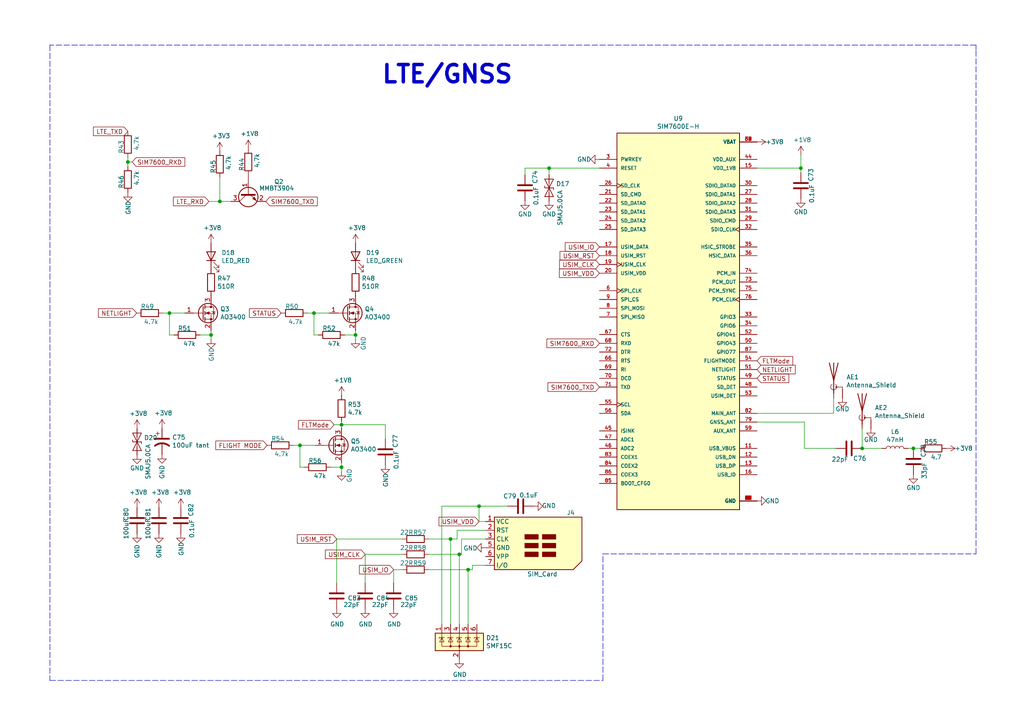
<source format=kicad_sch>
(kicad_sch (version 20211123) (generator eeschema)
  (paper "A4")
  (lib_symbols
    (symbol "Connector:SIM_Card"
      (property "Reference" "J" (at -2.54 12.7 0))
      (property "Value" "SIM_Card" (at -1.27 10.16 0))
      (symbol "SIM_Card_0_1"
        (rectangle (start -1.27 -2.54) (end 2.54 -1.27) (stroke (width 0.254)) (fill (type outline)))
        (rectangle (start -1.27 0) (end 2.54 1.27) (stroke (width 0.254)) (fill (type outline)))
        (rectangle (start -1.27 2.54) (end 2.54 3.81) (stroke (width 0.254)) (fill (type outline)))
        (polyline (pts (xy -10.16 8.89) (xy 15.24 8.89) (xy 15.24 -3.81) (xy 12.7 -6.35) (xy -10.16 -6.35) (xy -10.16 8.89)) (stroke (width 0.254)) (fill (type background)))
        (rectangle (start 3.81 -1.27) (end 7.62 -2.54) (stroke (width 0.254)) (fill (type outline)))
        (rectangle (start 3.81 0) (end 7.62 1.27) (stroke (width 0.254)) (fill (type outline)))
        (rectangle (start 3.81 2.54) (end 7.62 3.81) (stroke (width 0.254)) (fill (type outline)))
      )
      (symbol "SIM_Card_1_1"
        (pin power_in line (at -12.7 7.62 0) (length 2.54) (name "VCC") (number "1"))
        (pin input line (at -12.7 5.08 0) (length 2.54) (name "RST") (number "2"))
        (pin input line (at -12.7 2.54 0) (length 2.54) (name "CLK") (number "3"))
        (pin power_in line (at -12.7 0 0) (length 2.54) (name "GND") (number "5"))
        (pin input line (at -12.7 -2.54 0) (length 2.54) (name "VPP") (number "6"))
        (pin bidirectional line (at -12.7 -5.08 0) (length 2.54) (name "I/O") (number "7"))
      )
    )
    (symbol "Device:Antenna_Shield" (pin_numbers hide) (pin_names (offset 1.016) hide)
      (property "Reference" "AE" (at -1.905 4.445 0))
      (property "Value" "Antenna_Shield" (at -1.905 2.54 0))
      (symbol "Antenna_Shield_0_1"
        (arc (start -0.508 -1.143) (mid -0.8485 -2.1032) (end 0 -2.667))
        (arc (start 0 -2.667) (mid 0.8047 -2.0885) (end 0.508 -1.143))
        (polyline (pts (xy 0 -2.54) (xy 0 0)))
        (polyline (pts (xy 0 5.08) (xy 0 -3.81)) (stroke (width 0.254)))
        (polyline (pts (xy 0.762 -1.905) (xy 2.54 -1.905)))
        (polyline (pts (xy 2.54 -2.54) (xy 2.54 -1.905)))
        (polyline (pts (xy 1.27 5.08) (xy 0 0) (xy -1.27 5.08)) (stroke (width 0.254)))
        (circle (center 0.762 -1.905) (radius 0.1778) (fill (type outline)))
      )
      (symbol "Antenna_Shield_1_1"
        (pin input line (at 0 -5.08 90) (length 2.54) (name "A") (number "1"))
        (pin input line (at 2.54 -5.08 90) (length 2.54) (name "Shield") (number "2"))
      )
    )
    (symbol "Device:C" (pin_numbers hide) (pin_names (offset 0.254))
      (property "Reference" "C" (at 0.635 2.54 0))
      (property "Value" "C" (at 0.635 -2.54 0))
      (symbol "C_0_1"
        (polyline (pts (xy -2.032 -0.762) (xy 2.032 -0.762)) (stroke (width 0.508)))
        (polyline (pts (xy -2.032 0.762) (xy 2.032 0.762)) (stroke (width 0.508)))
      )
      (symbol "C_1_1"
        (pin passive line (at 0 3.81 270) (length 2.794) (name "~") (number "1"))
        (pin passive line (at 0 -3.81 90) (length 2.794) (name "~") (number "2"))
      )
    )
    (symbol "Device:CP1" (pin_numbers hide) (pin_names (offset 0.254) hide)
      (property "Reference" "C" (at 0.635 2.54 0))
      (property "Value" "Device_CP1" (at 0.635 -2.54 0))
      (symbol "CP1_0_1"
        (polyline (pts (xy -2.032 0.762) (xy 2.032 0.762)) (stroke (width 0.508)))
        (polyline (pts (xy -1.778 2.286) (xy -0.762 2.286)))
        (polyline (pts (xy -1.27 1.778) (xy -1.27 2.794)))
        (arc (start 2.032 -1.27) (mid 0 -0.5572) (end -2.032 -1.27) (stroke (width 0.508)))
      )
      (symbol "CP1_1_1"
        (pin passive line (at 0 3.81 270) (length 2.794) (name "~") (number "1"))
        (pin passive line (at 0 -3.81 90) (length 3.302) (name "~") (number "2"))
      )
    )
    (symbol "Device:L" (pin_numbers hide) (pin_names (offset 1.016) hide)
      (property "Reference" "L" (at -1.27 0 90))
      (property "Value" "L" (at 1.905 0 90))
      (symbol "L_0_1"
        (arc (start 0 -2.54) (mid 0.635 -1.905) (end 0 -1.27))
        (arc (start 0 -1.27) (mid 0.635 -0.635) (end 0 0))
        (arc (start 0 0) (mid 0.635 0.635) (end 0 1.27))
        (arc (start 0 1.27) (mid 0.635 1.905) (end 0 2.54))
      )
      (symbol "L_1_1"
        (pin passive line (at 0 3.81 270) (length 1.27) (name "1") (number "1"))
        (pin passive line (at 0 -3.81 90) (length 1.27) (name "2") (number "2"))
      )
    )
    (symbol "Device:LED" (pin_numbers hide) (pin_names (offset 1.016) hide)
      (property "Reference" "D" (at 0 2.54 0))
      (property "Value" "LED" (at 0 -2.54 0))
      (symbol "LED_0_1"
        (polyline (pts (xy -1.27 -1.27) (xy -1.27 1.27)) (stroke (width 0.254)))
        (polyline (pts (xy -1.27 0) (xy 1.27 0)))
        (polyline (pts (xy 1.27 -1.27) (xy 1.27 1.27) (xy -1.27 0) (xy 1.27 -1.27)) (stroke (width 0.254)))
        (polyline (pts (xy -3.048 -0.762) (xy -4.572 -2.286) (xy -3.81 -2.286) (xy -4.572 -2.286) (xy -4.572 -1.524)))
        (polyline (pts (xy -1.778 -0.762) (xy -3.302 -2.286) (xy -2.54 -2.286) (xy -3.302 -2.286) (xy -3.302 -1.524)))
      )
      (symbol "LED_1_1"
        (pin passive line (at -3.81 0 0) (length 2.54) (name "K") (number "1"))
        (pin passive line (at 3.81 0 180) (length 2.54) (name "A") (number "2"))
      )
    )
    (symbol "Device:R" (pin_numbers hide) (pin_names (offset 0))
      (property "Reference" "R" (at 2.032 0 90))
      (property "Value" "R" (at 0 0 90))
      (symbol "R_0_1"
        (rectangle (start -1.016 -2.54) (end 1.016 2.54) (stroke (width 0.254)))
      )
      (symbol "R_1_1"
        (pin passive line (at 0 3.81 270) (length 1.27) (name "~") (number "1"))
        (pin passive line (at 0 -3.81 90) (length 1.27) (name "~") (number "2"))
      )
    )
    (symbol "Diode:SD15_SOD323" (pin_numbers hide) (pin_names (offset 1.016) hide)
      (property "Reference" "D" (at 0 2.54 0))
      (property "Value" "SD15_SOD323" (at 0 -2.54 0))
      (symbol "SD15_SOD323_0_1"
        (polyline (pts (xy 1.27 0) (xy -1.27 0)))
        (polyline (pts (xy -2.54 -1.27) (xy 0 0) (xy -2.54 1.27) (xy -2.54 -1.27)) (stroke (width 0.2032)))
        (polyline (pts (xy 0.508 1.27) (xy 0 1.27) (xy 0 -1.27) (xy -0.508 -1.27)) (stroke (width 0.2032)))
        (polyline (pts (xy 2.54 1.27) (xy 2.54 -1.27) (xy 0 0) (xy 2.54 1.27)) (stroke (width 0.2032)))
      )
      (symbol "SD15_SOD323_1_1"
        (pin passive line (at -3.81 0 0) (length 2.54) (name "A1") (number "1"))
        (pin passive line (at 3.81 0 180) (length 2.54) (name "A2") (number "2"))
      )
    )
    (symbol "Power_Protection:SP0505BAHT" (pin_names hide)
      (property "Reference" "D" (at 7.62 2.54 0))
      (property "Value" "SP0505BAHT" (at 7.62 0.635 0))
      (symbol "SP0505BAHT_0_0"
        (pin passive line (at 0 -5.08 90) (length 2.54) (name "A") (number "2"))
      )
      (symbol "SP0505BAHT_0_1"
        (rectangle (start -6.985 2.54) (end 6.985 -2.54) (stroke (width 0.254)) (fill (type background)))
        (circle (center -2.54 -1.27) (radius 0.254) (fill (type outline)))
        (circle (center 0 -1.27) (radius 0.254) (fill (type outline)))
        (polyline (pts (xy -5.08 2.54) (xy -5.08 1.27)))
        (polyline (pts (xy -2.54 2.54) (xy -2.54 1.27)))
        (polyline (pts (xy 0 -1.27) (xy 0 -2.54)))
        (polyline (pts (xy 0 -1.27) (xy 0 1.27)))
        (polyline (pts (xy 0 2.54) (xy 0 1.27)))
        (polyline (pts (xy 0.635 1.27) (xy 0.762 1.27)))
        (polyline (pts (xy 2.54 2.54) (xy 2.54 1.27)))
        (polyline (pts (xy 5.08 2.54) (xy 5.08 1.27)))
        (polyline (pts (xy -5.08 1.27) (xy -5.08 -1.27) (xy -2.54 -1.27)))
        (polyline (pts (xy 0.635 1.27) (xy -0.762 1.27) (xy -0.762 1.016)))
        (polyline (pts (xy 5.08 1.27) (xy 5.08 -1.27) (xy 2.54 -1.27)))
        (polyline (pts (xy -5.842 1.016) (xy -5.842 1.27) (xy -4.445 1.27) (xy -4.318 1.27)))
        (polyline (pts (xy -5.08 1.27) (xy -4.445 0) (xy -5.715 0) (xy -5.08 1.27)))
        (polyline (pts (xy -3.302 1.016) (xy -3.302 1.27) (xy -1.905 1.27) (xy -1.778 1.27)))
        (polyline (pts (xy -2.54 1.27) (xy -2.54 -1.27) (xy 2.54 -1.27) (xy 2.54 1.27)))
        (polyline (pts (xy -2.54 1.27) (xy -1.905 0) (xy -3.175 0) (xy -2.54 1.27)))
        (polyline (pts (xy 0.635 0) (xy -0.635 0) (xy 0 1.27) (xy 0.635 0)))
        (polyline (pts (xy 1.778 1.016) (xy 1.778 1.27) (xy 3.175 1.27) (xy 3.302 1.27)))
        (polyline (pts (xy 2.54 1.27) (xy 1.905 0) (xy 3.175 0) (xy 2.54 1.27)))
        (polyline (pts (xy 4.318 1.016) (xy 4.318 1.27) (xy 5.715 1.27) (xy 5.842 1.27)))
        (polyline (pts (xy 5.08 1.27) (xy 4.445 0) (xy 5.715 0) (xy 5.08 1.27)))
        (circle (center 2.54 -1.27) (radius 0.254) (fill (type outline)))
      )
      (symbol "SP0505BAHT_1_1"
        (pin passive line (at -5.08 5.08 270) (length 2.54) (name "K") (number "1"))
        (pin passive line (at -2.54 5.08 270) (length 2.54) (name "K") (number "3"))
        (pin passive line (at 0 5.08 270) (length 2.54) (name "K") (number "4"))
        (pin passive line (at 2.54 5.08 270) (length 2.54) (name "K") (number "5"))
        (pin passive line (at 5.08 5.08 270) (length 2.54) (name "K") (number "6"))
      )
    )
    (symbol "RF_GSM:SIM7600E-H" (pin_names (offset 1.016))
      (property "Reference" "U" (at -17.78 56.515 0))
      (property "Value" "RF_GSM_SIM7600E-H" (at -17.78 -55.88 0))
      (symbol "SIM7600E-H_0_0"
        (rectangle (start -17.78 -53.34) (end 17.78 55.88) (stroke (width 0.254)) (fill (type background)))
        (pin power_in line (at 22.86 -50.8 180) (length 5.08) (name "GND") (number "1"))
        (pin power_in line (at 22.86 -50.8 180) (length 5.08) (name "GND") (number "10"))
        (pin input line (at 22.86 -35.56 180) (length 5.08) (name "USB_VBUS") (number "11"))
        (pin bidirectional line (at 22.86 -38.1 180) (length 5.08) (name "USB_DN") (number "12"))
        (pin bidirectional line (at 22.86 -40.64 180) (length 5.08) (name "USB_DP") (number "13"))
        (pin power_in line (at 22.86 -50.8 180) (length 5.08) (name "GND") (number "14"))
        (pin output line (at 22.86 45.72 180) (length 5.08) (name "VDD_1V8") (number "15"))
        (pin input line (at 22.86 -43.18 180) (length 5.08) (name "USB_ID") (number "16"))
        (pin bidirectional line (at -22.86 22.86 0) (length 5.08) (name "USIM_DATA") (number "17"))
        (pin output line (at -22.86 20.32 0) (length 5.08) (name "USIM_RST") (number "18"))
        (pin output clock (at -22.86 17.78 0) (length 5.08) (name "USIM_CLK") (number "19"))
        (pin power_in line (at 22.86 -50.8 180) (length 5.08) (name "GND") (number "2"))
        (pin output line (at -22.86 15.24 0) (length 5.08) (name "USIM_VDD") (number "20"))
        (pin output line (at -22.86 38.1 0) (length 5.08) (name "SD_CMD") (number "21"))
        (pin bidirectional line (at -22.86 35.56 0) (length 5.08) (name "SD_DATA0") (number "22"))
        (pin bidirectional line (at -22.86 33.02 0) (length 5.08) (name "SD_DATA1") (number "23"))
        (pin bidirectional line (at -22.86 30.48 0) (length 5.08) (name "SD_DATA2") (number "24"))
        (pin bidirectional line (at -22.86 27.94 0) (length 5.08) (name "SD_DATA3") (number "25"))
        (pin output clock (at -22.86 40.64 0) (length 5.08) (name "SD_CLK") (number "26"))
        (pin bidirectional line (at 22.86 38.1 180) (length 5.08) (name "SDIO_DATA1") (number "27"))
        (pin bidirectional line (at 22.86 35.56 180) (length 5.08) (name "SDIO_DATA2") (number "28"))
        (pin output line (at 22.86 30.48 180) (length 5.08) (name "SDIO_CMD") (number "29"))
        (pin input line (at -22.86 48.26 0) (length 5.08) (name "PWRKEY") (number "3"))
        (pin bidirectional line (at 22.86 40.64 180) (length 5.08) (name "SDIO_DATA0") (number "30"))
        (pin bidirectional line (at 22.86 33.02 180) (length 5.08) (name "SDIO_DATA3") (number "31"))
        (pin output clock (at 22.86 27.94 180) (length 5.08) (name "SDIO_CLK") (number "32"))
        (pin bidirectional line (at 22.86 2.54 180) (length 5.08) (name "GPIO3") (number "33"))
        (pin bidirectional line (at 22.86 0 180) (length 5.08) (name "GPIO6") (number "34"))
        (pin output line (at 22.86 22.86 180) (length 5.08) (name "HSIC_STROBE") (number "35"))
        (pin bidirectional line (at 22.86 20.32 180) (length 5.08) (name "HSIC_DATA") (number "36"))
        (pin power_in line (at 22.86 -50.8 180) (length 5.08) (name "GND") (number "37"))
        (pin power_in line (at 22.86 53.34 180) (length 5.08) (name "VBAT") (number "38"))
        (pin power_in line (at 22.86 53.34 180) (length 5.08) (name "VBAT") (number "39"))
        (pin input line (at -22.86 45.72 0) (length 5.08) (name "RESET") (number "4"))
        (pin power_in line (at 22.86 -50.8 180) (length 5.08) (name "GND") (number "40"))
        (pin power_in line (at 22.86 -50.8 180) (length 5.08) (name "GND") (number "41"))
        (pin power_in line (at 22.86 -50.8 180) (length 5.08) (name "GND") (number "43"))
        (pin output line (at 22.86 48.26 180) (length 5.08) (name "VDD_AUX") (number "44"))
        (pin input line (at -22.86 -30.48 0) (length 5.08) (name "ISINK") (number "45"))
        (pin input line (at -22.86 -35.56 0) (length 5.08) (name "ADC2") (number "46"))
        (pin input line (at -22.86 -33.02 0) (length 5.08) (name "ADC1") (number "47"))
        (pin bidirectional line (at 22.86 -17.78 180) (length 5.08) (name "SD_DET") (number "48"))
        (pin output line (at 22.86 -15.24 180) (length 5.08) (name "STATUS") (number "49"))
        (pin power_in line (at 22.86 -50.8 180) (length 5.08) (name "GND") (number "5"))
        (pin bidirectional line (at 22.86 -5.08 180) (length 5.08) (name "GPIO43") (number "50"))
        (pin output line (at 22.86 -12.7 180) (length 5.08) (name "NETLIGHT") (number "51"))
        (pin bidirectional line (at 22.86 -2.54 180) (length 5.08) (name "GPIO41") (number "52"))
        (pin bidirectional line (at 22.86 -20.32 180) (length 5.08) (name "USIM_DET") (number "53"))
        (pin input line (at 22.86 -10.16 180) (length 5.08) (name "FLIGHTMODE") (number "54"))
        (pin output clock (at -22.86 -22.86 0) (length 5.08) (name "SCL") (number "55"))
        (pin bidirectional line (at -22.86 -25.4 0) (length 5.08) (name "SDA") (number "56"))
        (pin power_in line (at 22.86 -50.8 180) (length 5.08) (name "GND") (number "57"))
        (pin power_in line (at 22.86 -50.8 180) (length 5.08) (name "GND") (number "58"))
        (pin input line (at 22.86 -30.48 180) (length 5.08) (name "AUX_ANT") (number "59"))
        (pin output clock (at -22.86 10.16 0) (length 5.08) (name "SPI_CLK") (number "6"))
        (pin power_in line (at 22.86 -50.8 180) (length 5.08) (name "GND") (number "60"))
        (pin power_in line (at 22.86 -50.8 180) (length 5.08) (name "GND") (number "61"))
        (pin power_in line (at 22.86 53.34 180) (length 5.08) (name "VBAT") (number "62"))
        (pin power_in line (at 22.86 53.34 180) (length 5.08) (name "VBAT") (number "63"))
        (pin power_in line (at 22.86 -50.8 180) (length 5.08) (name "GND") (number "64"))
        (pin power_in line (at 22.86 -50.8 180) (length 5.08) (name "GND") (number "65"))
        (pin output line (at -22.86 -10.16 0) (length 5.08) (name "RTS") (number "66"))
        (pin input line (at -22.86 -2.54 0) (length 5.08) (name "CTS") (number "67"))
        (pin input line (at -22.86 -5.08 0) (length 5.08) (name "RXD") (number "68"))
        (pin output line (at -22.86 -12.7 0) (length 5.08) (name "RI") (number "69"))
        (pin input line (at -22.86 2.54 0) (length 5.08) (name "SPI_MISO") (number "7"))
        (pin output line (at -22.86 -15.24 0) (length 5.08) (name "DCD") (number "70"))
        (pin output line (at -22.86 -17.78 0) (length 5.08) (name "TXD") (number "71"))
        (pin input line (at -22.86 -7.62 0) (length 5.08) (name "DTR") (number "72"))
        (pin output line (at 22.86 12.7 180) (length 5.08) (name "PCM_OUT") (number "73"))
        (pin input line (at 22.86 15.24 180) (length 5.08) (name "PCM_IN") (number "74"))
        (pin output line (at 22.86 10.16 180) (length 5.08) (name "PCM_SYNC") (number "75"))
        (pin output clock (at 22.86 7.62 180) (length 5.08) (name "PCM_CLK") (number "76"))
        (pin power_in line (at 22.86 -50.8 180) (length 5.08) (name "GND") (number "77"))
        (pin power_in line (at 22.86 -50.8 180) (length 5.08) (name "GND") (number "78"))
        (pin bidirectional line (at 22.86 -27.94 180) (length 5.08) (name "GNSS_ANT") (number "79"))
        (pin output line (at -22.86 5.08 0) (length 5.08) (name "SPI_MOSI") (number "8"))
        (pin power_in line (at 22.86 -50.8 180) (length 5.08) (name "GND") (number "80"))
        (pin power_in line (at 22.86 -50.8 180) (length 5.08) (name "GND") (number "81"))
        (pin bidirectional line (at 22.86 -25.4 180) (length 5.08) (name "MAIN_ANT") (number "82"))
        (pin bidirectional line (at -22.86 -38.1 0) (length 5.08) (name "COEX1") (number "83"))
        (pin bidirectional line (at -22.86 -40.64 0) (length 5.08) (name "COEX2") (number "84"))
        (pin input line (at -22.86 -45.72 0) (length 5.08) (name "BOOT_CFG0") (number "85"))
        (pin bidirectional line (at -22.86 -43.18 0) (length 5.08) (name "COEX3") (number "86"))
        (pin bidirectional line (at 22.86 -7.62 180) (length 5.08) (name "GPIO77") (number "87"))
        (pin output line (at -22.86 7.62 0) (length 5.08) (name "SPI_CS") (number "9"))
      )
    )
    (symbol "Transistor_BJT:MMBT3904" (pin_names (offset 0) hide)
      (property "Reference" "Q" (at 5.08 1.905 0))
      (property "Value" "MMBT3904" (at 5.08 0 0))
      (symbol "MMBT3904_0_1"
        (polyline (pts (xy 0.635 0.635) (xy 2.54 2.54)))
        (polyline (pts (xy 0.635 -0.635) (xy 2.54 -2.54) (xy 2.54 -2.54)))
        (polyline (pts (xy 0.635 1.905) (xy 0.635 -1.905) (xy 0.635 -1.905)) (stroke (width 0.508)))
        (polyline (pts (xy 1.27 -1.778) (xy 1.778 -1.27) (xy 2.286 -2.286) (xy 1.27 -1.778) (xy 1.27 -1.778)) (fill (type outline)))
        (circle (center 1.27 0) (radius 2.8194) (stroke (width 0.254)))
      )
      (symbol "MMBT3904_1_1"
        (pin input line (at -5.08 0 0) (length 5.715) (name "B") (number "1"))
        (pin passive line (at 2.54 -5.08 90) (length 2.54) (name "E") (number "2"))
        (pin passive line (at 2.54 5.08 270) (length 2.54) (name "C") (number "3"))
      )
    )
    (symbol "Transistor_FET:BSS138" (pin_names hide)
      (property "Reference" "Q" (at 5.08 1.905 0))
      (property "Value" "BSS138" (at 5.08 0 0))
      (symbol "BSS138_0_1"
        (polyline (pts (xy 0.254 0) (xy -2.54 0)))
        (polyline (pts (xy 0.254 1.905) (xy 0.254 -1.905)) (stroke (width 0.254)))
        (polyline (pts (xy 0.762 -1.27) (xy 0.762 -2.286)) (stroke (width 0.254)))
        (polyline (pts (xy 0.762 0.508) (xy 0.762 -0.508)) (stroke (width 0.254)))
        (polyline (pts (xy 0.762 2.286) (xy 0.762 1.27)) (stroke (width 0.254)))
        (polyline (pts (xy 2.54 2.54) (xy 2.54 1.778)))
        (polyline (pts (xy 2.54 -2.54) (xy 2.54 0) (xy 0.762 0)))
        (polyline (pts (xy 0.762 -1.778) (xy 3.302 -1.778) (xy 3.302 1.778) (xy 0.762 1.778)))
        (polyline (pts (xy 1.016 0) (xy 2.032 0.381) (xy 2.032 -0.381) (xy 1.016 0)) (fill (type outline)))
        (polyline (pts (xy 2.794 0.508) (xy 2.921 0.381) (xy 3.683 0.381) (xy 3.81 0.254)))
        (polyline (pts (xy 3.302 0.381) (xy 2.921 -0.254) (xy 3.683 -0.254) (xy 3.302 0.381)))
        (circle (center 1.651 0) (radius 2.794) (stroke (width 0.254)))
        (circle (center 2.54 -1.778) (radius 0.254) (fill (type outline)))
        (circle (center 2.54 1.778) (radius 0.254) (fill (type outline)))
      )
      (symbol "BSS138_1_1"
        (pin input line (at -5.08 0 0) (length 2.54) (name "G") (number "1"))
        (pin passive line (at 2.54 -5.08 90) (length 2.54) (name "S") (number "2"))
        (pin passive line (at 2.54 5.08 270) (length 2.54) (name "D") (number "3"))
      )
    )
    (symbol "power:+1V8" (power) (pin_names (offset 0))
      (property "Value" "+1V8" (at 0 3.556 0))
      (symbol "+1V8_0_1"
        (polyline (pts (xy -0.762 1.27) (xy 0 2.54)))
        (polyline (pts (xy 0 0) (xy 0 2.54)))
        (polyline (pts (xy 0 2.54) (xy 0.762 1.27)))
      )
      (symbol "+1V8_1_1"
        (pin power_in line (at 0 0 90) (length 0) hide (name "+1V8") (number "1"))
      )
    )
    (symbol "power:+3.3V" (power) (pin_names (offset 0))
      (property "Value" "+3.3V" (at 0 3.556 0))
      (symbol "+3.3V_0_1"
        (polyline (pts (xy -0.762 1.27) (xy 0 2.54)))
        (polyline (pts (xy 0 0) (xy 0 2.54)))
        (polyline (pts (xy 0 2.54) (xy 0.762 1.27)))
      )
      (symbol "+3.3V_1_1"
        (pin power_in line (at 0 0 90) (length 0) hide (name "+3V3") (number "1"))
      )
    )
    (symbol "power:+3V8" (power) (pin_names (offset 0))
      (property "Value" "+3V8" (at 0 3.556 0))
      (symbol "+3V8_0_1"
        (polyline (pts (xy -0.762 1.27) (xy 0 2.54)))
        (polyline (pts (xy 0 0) (xy 0 2.54)))
        (polyline (pts (xy 0 2.54) (xy 0.762 1.27)))
      )
      (symbol "+3V8_1_1"
        (pin power_in line (at 0 0 90) (length 0) hide (name "+3V8") (number "1"))
      )
    )
    (symbol "power:GND" (power) (pin_names (offset 0))
      (property "Value" "GND" (at 0 -3.81 0))
      (symbol "GND_0_1"
        (polyline (pts (xy 0 0) (xy 0 -1.27) (xy 1.27 -1.27) (xy 0 -2.54) (xy -1.27 -1.27) (xy 0 -1.27)))
      )
      (symbol "GND_1_1"
        (pin power_in line (at 0 0 270) (length 0) hide (name "GND") (number "1"))
      )
    )
  )
  (junction (at 99.06 123.19))
  (junction (at 159.258 48.768))
  (junction (at 86.995 129.159))
  (junction (at 264.922 130.048))
  (junction (at 138.938 146.812))
  (junction (at 49.149 90.805))
  (junction (at 133.223 160.782))
  (junction (at 250.063 130.048))
  (junction (at 37.084 46.99))
  (junction (at 91.059 90.805))
  (junction (at 232.283 48.768))
  (junction (at 130.683 156.337))
  (junction (at 103.124 97.155))
  (junction (at 63.754 58.42))
  (junction (at 135.763 165.227))
  (junction (at 61.214 97.155))
  (junction (at 99.06 135.509))
  (wire (pts (xy 99.949 97.155) (xy 103.124 97.155)))
  (wire (pts (xy 47.244 90.805) (xy 49.149 90.805)))
  (wire (pts (xy 89.154 90.805) (xy 91.059 90.805)))
  (wire (pts (xy 99.06 123.19) (xy 99.06 124.079)))
  (polyline (pts (xy 14.478 13.081) (xy 14.478 197.358)))
  (wire (pts (xy 85.09 129.159) (xy 86.995 129.159)))
  (wire (pts (xy 114.173 169.037) (xy 114.173 165.227)))
  (wire (pts (xy 111.76 123.19) (xy 99.06 123.19)))
  (wire (pts (xy 140.843 151.257) (xy 138.938 151.257)))
  (wire (pts (xy 49.149 97.155) (xy 49.149 90.805)))
  (wire (pts (xy 60.579 58.42) (xy 63.754 58.42)))
  (wire (pts (xy 128.143 181.102) (xy 128.143 146.812)))
  (wire (pts (xy 37.084 45.72) (xy 37.084 46.99)))
  (wire (pts (xy 103.124 98.425) (xy 103.124 97.155)))
  (wire (pts (xy 140.843 156.337) (xy 133.858 156.337)))
  (wire (pts (xy 233.299 122.428) (xy 233.299 130.048)))
  (wire (pts (xy 50.419 97.155) (xy 49.149 97.155)))
  (wire (pts (xy 86.995 135.509) (xy 86.995 129.159)))
  (wire (pts (xy 105.918 160.782) (xy 116.713 160.782)))
  (wire (pts (xy 250.063 130.048) (xy 255.778 130.048)))
  (wire (pts (xy 263.398 130.048) (xy 264.922 130.048)))
  (wire (pts (xy 61.214 98.425) (xy 61.214 97.155)))
  (polyline (pts (xy 174.879 197.358) (xy 174.879 160.655)))
  (wire (pts (xy 264.922 130.048) (xy 266.827 130.048)))
  (wire (pts (xy 173.863 48.768) (xy 159.258 48.768)))
  (wire (pts (xy 135.763 165.227) (xy 137.033 165.227)))
  (wire (pts (xy 95.885 135.509) (xy 99.06 135.509)))
  (wire (pts (xy 114.173 165.227) (xy 116.713 165.227)))
  (wire (pts (xy 38.354 46.99) (xy 37.084 46.99)))
  (wire (pts (xy 128.143 146.812) (xy 138.938 146.812)))
  (wire (pts (xy 124.333 165.227) (xy 135.763 165.227)))
  (wire (pts (xy 250.063 124.333) (xy 250.063 130.048)))
  (wire (pts (xy 130.683 181.102) (xy 130.683 156.337)))
  (wire (pts (xy 133.858 160.782) (xy 133.223 160.782)))
  (wire (pts (xy 133.858 156.337) (xy 133.858 160.782)))
  (wire (pts (xy 99.06 122.301) (xy 99.06 123.19)))
  (wire (pts (xy 219.583 122.428) (xy 233.299 122.428)))
  (wire (pts (xy 92.329 97.155) (xy 91.059 97.155)))
  (wire (pts (xy 61.214 97.155) (xy 61.214 95.885)))
  (wire (pts (xy 219.583 48.768) (xy 232.283 48.768)))
  (polyline (pts (xy 174.879 160.655) (xy 283.083 160.655)))
  (wire (pts (xy 137.033 165.227) (xy 137.033 163.957)))
  (wire (pts (xy 105.918 169.037) (xy 105.918 160.782)))
  (wire (pts (xy 37.084 46.99) (xy 37.084 48.26)))
  (wire (pts (xy 132.588 153.797) (xy 140.843 153.797)))
  (wire (pts (xy 232.283 48.768) (xy 232.283 50.038)))
  (polyline (pts (xy 283.083 160.655) (xy 283.083 153.543)))
  (wire (pts (xy 137.033 163.957) (xy 140.843 163.957)))
  (wire (pts (xy 132.588 156.337) (xy 132.588 153.797)))
  (wire (pts (xy 241.808 119.888) (xy 241.808 115.443)))
  (polyline (pts (xy 283.083 13.081) (xy 14.478 13.081)))
  (wire (pts (xy 97.663 156.337) (xy 116.713 156.337)))
  (polyline (pts (xy 283.083 14.478) (xy 283.083 13.081)))
  (wire (pts (xy 138.938 146.812) (xy 147.193 146.812)))
  (wire (pts (xy 97.663 169.037) (xy 97.663 156.337)))
  (wire (pts (xy 63.754 58.42) (xy 66.929 58.42)))
  (wire (pts (xy 159.258 48.768) (xy 152.273 48.768)))
  (wire (pts (xy 99.06 135.509) (xy 99.06 134.239)))
  (polyline (pts (xy 283.083 153.543) (xy 283.083 14.478)))
  (wire (pts (xy 49.149 90.805) (xy 53.594 90.805)))
  (wire (pts (xy 133.223 181.102) (xy 133.223 160.782)))
  (wire (pts (xy 152.273 48.768) (xy 152.273 50.673)))
  (wire (pts (xy 86.995 129.159) (xy 91.44 129.159)))
  (wire (pts (xy 133.223 160.782) (xy 124.333 160.782)))
  (wire (pts (xy 135.763 181.102) (xy 135.763 165.227)))
  (wire (pts (xy 232.283 44.958) (xy 232.283 48.768)))
  (wire (pts (xy 219.583 119.888) (xy 241.808 119.888)))
  (wire (pts (xy 91.059 97.155) (xy 91.059 90.805)))
  (wire (pts (xy 103.124 97.155) (xy 103.124 95.885)))
  (wire (pts (xy 233.299 130.048) (xy 242.443 130.048)))
  (wire (pts (xy 99.06 136.779) (xy 99.06 135.509)))
  (wire (pts (xy 124.333 156.337) (xy 130.683 156.337)))
  (wire (pts (xy 159.258 50.673) (xy 159.258 48.768)))
  (wire (pts (xy 63.754 51.435) (xy 63.754 58.42)))
  (wire (pts (xy 130.683 156.337) (xy 132.588 156.337)))
  (wire (pts (xy 91.059 90.805) (xy 95.504 90.805)))
  (wire (pts (xy 138.938 151.257) (xy 138.938 146.812)))
  (wire (pts (xy 58.039 97.155) (xy 61.214 97.155)))
  (polyline (pts (xy 14.478 197.358) (xy 174.879 197.358)))
  (wire (pts (xy 96.901 123.19) (xy 99.06 123.19)))
  (wire (pts (xy 88.265 135.509) (xy 86.995 135.509)))
  (wire (pts (xy 111.76 127.254) (xy 111.76 123.19)))
  (text "LTE/GNSS\n" (at 110.363 24.638 0) (effects (font (size 5.0038 5.0038) (thickness 1.0008) bold) (justify left bottom)))
  (global_label "USIM_IO" (shape input) (at 173.863 71.628 180) (property "Intersheet References" "${INTERSHEET_REFS}" (effects hide)))
  (global_label "NETLIGHT" (shape input) (at 39.624 90.805 180) (property "Intersheet References" "${INTERSHEET_REFS}" (effects hide)))
  (global_label "FLTMode" (shape input) (at 219.583 104.648 0) (property "Intersheet References" "${INTERSHEET_REFS}" (effects hide)))
  (global_label "USIM_IO" (shape input) (at 114.173 165.227 180) (property "Intersheet References" "${INTERSHEET_REFS}" (effects hide)))
  (global_label "LTE_RXD" (shape input) (at 60.579 58.42 180) (property "Intersheet References" "${INTERSHEET_REFS}" (effects hide)))
  (global_label "USIM_CLK" (shape input) (at 173.863 76.708 180) (property "Intersheet References" "${INTERSHEET_REFS}" (effects hide)))
  (global_label "SIM7600_TXD" (shape input) (at 77.089 58.42 0) (property "Intersheet References" "${INTERSHEET_REFS}" (effects hide)))
  (global_label "FLTMode" (shape input) (at 96.901 123.19 180) (property "Intersheet References" "${INTERSHEET_REFS}" (effects hide)))
  (global_label "SIM7600_TXD" (shape input) (at 173.863 112.268 180) (property "Intersheet References" "${INTERSHEET_REFS}" (effects hide)))
  (global_label "USIM_CLK" (shape input) (at 105.918 160.782 180) (property "Intersheet References" "${INTERSHEET_REFS}" (effects hide)))
  (global_label "STATUS" (shape input) (at 81.534 90.805 180) (property "Intersheet References" "${INTERSHEET_REFS}" (effects hide)))
  (global_label "USIM_VDD" (shape input) (at 173.863 79.248 180) (property "Intersheet References" "${INTERSHEET_REFS}" (effects hide)))
  (global_label "SIM7600_RXD" (shape input) (at 173.863 99.568 180) (property "Intersheet References" "${INTERSHEET_REFS}" (effects hide)))
  (global_label "NETLIGHT" (shape input) (at 219.583 107.188 0) (property "Intersheet References" "${INTERSHEET_REFS}" (effects hide)))
  (global_label "USIM_RST" (shape input) (at 97.663 156.337 180) (property "Intersheet References" "${INTERSHEET_REFS}" (effects hide)))
  (global_label "USIM_VDD" (shape input) (at 138.938 151.257 180) (property "Intersheet References" "${INTERSHEET_REFS}" (effects hide)))
  (global_label "LTE_TXD" (shape input) (at 37.084 38.1 180) (property "Intersheet References" "${INTERSHEET_REFS}" (effects hide)))
  (global_label "SIM7600_RXD" (shape input) (at 38.354 46.99 0) (property "Intersheet References" "${INTERSHEET_REFS}" (effects hide)))
  (global_label "USIM_RST" (shape input) (at 173.863 74.168 180) (property "Intersheet References" "${INTERSHEET_REFS}" (effects hide)))
  (global_label "STATUS" (shape input) (at 219.583 109.728 0) (property "Intersheet References" "${INTERSHEET_REFS}" (effects hide)))
  (global_label "FLIGHT MODE" (shape input) (at 77.47 129.159 180) (property "Intersheet References" "${INTERSHEET_REFS}" (effects hide)))
  (symbol (lib_id "Device:R") (at 63.754 47.625 180) (unit 1)
    (property "Reference" "R45" (at 61.849 46.355 90) (effects (justify left)))
    (property "Value" "4.7k" (at 66.294 45.085 90) (effects (justify left)))
    (property "Footprint" "Resistor_SMD:R_0603_1608Metric" (effects hide))
  )
  (symbol (lib_id "Transistor_FET:BSS138") (at 96.52 129.159 0) (unit 1)
    (property "Reference" "Q5" (at 101.7016 127.9906 0) (effects (justify left)))
    (property "Value" "AO3400" (at 101.7016 130.302 0) (effects (justify left)))
    (property "Footprint" "Package_TO_SOT_SMD:SOT-23" (effects hide))
    (property "Datasheet" "https://www.onsemi.com/pub/Collateral/BSS138-D.PDF" (effects hide))
  )
  (symbol (lib_id "Device:C") (at 264.922 133.858 0) (unit 1)
    (property "Reference" "C78" (at 267.843 132.6896 90) (effects (justify left)))
    (property "Value" "33pF" (at 268.097 138.938 90) (effects (justify left)))
    (property "Footprint" "Capacitor_SMD:C_0603_1608Metric" (effects hide))
  )
  (symbol (lib_id "Device:R") (at 37.084 52.07 180) (unit 1)
    (property "Reference" "R46" (at 35.179 50.8 90) (effects (justify left)))
    (property "Value" "4.7k" (at 39.624 49.53 90) (effects (justify left)))
    (property "Footprint" "Resistor_SMD:R_0603_1608Metric" (effects hide))
  )
  (symbol (lib_id "Device:C") (at 105.918 172.847 0) (unit 1)
    (property "Reference" "C84" (at 109.093 173.482 0) (effects (justify left)))
    (property "Value" "22pF" (at 107.823 175.387 0) (effects (justify left)))
    (property "Footprint" "Capacitor_SMD:C_0603_1608Metric" (effects hide))
  )
  (symbol (lib_id "power:GND") (at 114.173 176.657 0) (unit 1)
    (property "Reference" "#PWR0204" (effects hide))
    (property "Value" "GND" (at 114.3 181.0512 0))
  )
  (symbol (lib_id "Device:R") (at 92.075 135.509 90) (unit 1)
    (property "Reference" "R56" (at 93.345 133.604 90) (effects (justify left)))
    (property "Value" "47k" (at 94.615 138.049 90) (effects (justify left)))
    (property "Footprint" "Resistor_SMD:R_0603_1608Metric" (effects hide))
  )
  (symbol (lib_id "power:+3V8") (at 46.101 147.193 0) (unit 1)
    (property "Reference" "#PWR0196" (effects hide))
    (property "Value" "+3V8" (at 46.482 142.7988 0))
  )
  (symbol (lib_id "power:GND") (at 39.751 154.813 0) (unit 1)
    (property "Reference" "#PWR0198" (effects hide))
    (property "Value" "GND" (at 39.751 159.893 90))
  )
  (symbol (lib_id "Device:R") (at 81.28 129.159 90) (unit 1)
    (property "Reference" "R54" (at 82.55 127.254 90) (effects (justify left)))
    (property "Value" "4.7k" (at 83.82 131.699 90) (effects (justify left)))
    (property "Footprint" "Resistor_SMD:R_0603_1608Metric" (effects hide))
  )
  (symbol (lib_id "power:+3V8") (at 103.124 70.485 0) (unit 1)
    (property "Reference" "#PWR0179" (effects hide))
    (property "Value" "+3V8" (at 103.505 66.0908 0))
  )
  (symbol (lib_id "Device:L") (at 259.588 130.048 90) (unit 1)
    (property "Reference" "L6" (at 259.588 125.222 90))
    (property "Value" "47nH" (at 259.588 127.5334 90))
    (property "Footprint" "Inductor_SMD:L_0805_2012Metric" (effects hide))
  )
  (symbol (lib_id "power:+1V8") (at 99.06 114.681 0) (unit 1)
    (property "Reference" "#PWR0182" (effects hide))
    (property "Value" "+1V8" (at 99.441 110.2868 0))
  )
  (symbol (lib_id "Device:R") (at 85.344 90.805 90) (unit 1)
    (property "Reference" "R50" (at 86.614 88.9 90) (effects (justify left)))
    (property "Value" "4.7k" (at 87.884 93.345 90) (effects (justify left)))
    (property "Footprint" "Resistor_SMD:R_0603_1608Metric" (effects hide))
  )
  (symbol (lib_id "Device:R") (at 54.229 97.155 90) (unit 1)
    (property "Reference" "R51" (at 55.499 95.25 90) (effects (justify left)))
    (property "Value" "47k" (at 56.769 99.695 90) (effects (justify left)))
    (property "Footprint" "Resistor_SMD:R_0603_1608Metric" (effects hide))
  )
  (symbol (lib_id "Device:R") (at 61.214 81.915 0) (unit 1)
    (property "Reference" "R47" (at 62.992 80.7466 0) (effects (justify left)))
    (property "Value" "510R" (at 62.992 83.058 0) (effects (justify left)))
    (property "Footprint" "Resistor_SMD:R_0603_1608Metric" (effects hide))
  )
  (symbol (lib_id "power:GND") (at 97.663 176.657 0) (unit 1)
    (property "Reference" "#PWR0202" (effects hide))
    (property "Value" "GND" (at 97.79 181.0512 0))
  )
  (symbol (lib_id "power:GND") (at 140.843 158.877 270) (unit 1)
    (property "Reference" "#PWR0201" (effects hide))
    (property "Value" "GND" (at 136.4488 159.004 90))
  )
  (symbol (lib_id "Device:R") (at 120.523 160.782 90) (unit 1)
    (property "Reference" "R58" (at 123.698 158.877 90) (effects (justify left)))
    (property "Value" "22R" (at 119.888 158.877 90) (effects (justify left)))
    (property "Footprint" "Resistor_SMD:R_0603_1608Metric" (effects hide))
  )
  (symbol (lib_id "Device:LED") (at 61.214 74.295 90) (unit 1)
    (property "Reference" "D18" (at 64.2112 73.3044 90) (effects (justify right)))
    (property "Value" "LED_RED" (at 64.2112 75.6158 90) (effects (justify right)))
    (property "Footprint" "LED_SMD:LED_0603_1608Metric" (effects hide))
  )
  (symbol (lib_id "power:GND") (at 244.348 115.443 0) (unit 1)
    (property "Reference" "#PWR0183" (effects hide))
    (property "Value" "GND" (at 244.348 118.618 0))
  )
  (symbol (lib_id "power:GND") (at 159.258 58.293 0) (unit 1)
    (property "Reference" "#PWR0177" (effects hide))
    (property "Value" "GND" (at 159.258 62.103 0))
  )
  (symbol (lib_id "Device:C") (at 152.273 54.483 0) (unit 1)
    (property "Reference" "C74" (at 155.194 53.3146 90) (effects (justify left)))
    (property "Value" "0.1uF" (at 155.448 59.563 90) (effects (justify left)))
    (property "Footprint" "Capacitor_SMD:C_0603_1608Metric" (effects hide))
  )
  (symbol (lib_id "Device:C") (at 232.283 53.848 0) (unit 1)
    (property "Reference" "C73" (at 235.204 52.6796 90) (effects (justify left)))
    (property "Value" "0.1uF" (at 235.458 58.928 90) (effects (justify left)))
    (property "Footprint" "Capacitor_SMD:C_0603_1608Metric" (effects hide))
  )
  (symbol (lib_id "power:GND") (at 46.99 131.826 0) (unit 1)
    (property "Reference" "#PWR0188" (effects hide))
    (property "Value" "GND" (at 46.99 136.906 90))
  )
  (symbol (lib_id "power:+1V8") (at 72.009 43.18 0) (unit 1)
    (property "Reference" "#PWR0170" (effects hide))
    (property "Value" "+1V8" (at 72.39 38.7858 0))
  )
  (symbol (lib_id "power:+3V8") (at 219.583 41.148 270) (unit 1)
    (property "Reference" "#PWR0169" (effects hide))
    (property "Value" "+3V8" (at 224.663 41.148 90))
  )
  (symbol (lib_id "Device:C") (at 246.253 130.048 270) (unit 1)
    (property "Reference" "C76" (at 247.4214 132.969 90) (effects (justify left)))
    (property "Value" "22pF" (at 241.173 133.223 90) (effects (justify left)))
    (property "Footprint" "Capacitor_SMD:C_0603_1608Metric" (effects hide))
  )
  (symbol (lib_id "power:GND") (at 219.583 145.288 90) (unit 1)
    (property "Reference" "#PWR0193" (effects hide))
    (property "Value" "GND" (at 224.028 145.288 90))
  )
  (symbol (lib_id "power:GND") (at 252.603 124.333 0) (unit 1)
    (property "Reference" "#PWR0186" (effects hide))
    (property "Value" "GND" (at 252.603 127.508 0))
  )
  (symbol (lib_id "power:+3V8") (at 61.214 70.485 0) (unit 1)
    (property "Reference" "#PWR0178" (effects hide))
    (property "Value" "+3V8" (at 61.595 66.0908 0))
  )
  (symbol (lib_id "Device:R") (at 120.523 165.227 90) (unit 1)
    (property "Reference" "R59" (at 123.698 163.322 90) (effects (justify left)))
    (property "Value" "22R" (at 119.888 163.322 90) (effects (justify left)))
    (property "Footprint" "Resistor_SMD:R_0603_1608Metric" (effects hide))
  )
  (symbol (lib_id "power:GND") (at 61.214 98.425 0) (unit 1)
    (property "Reference" "#PWR0180" (effects hide))
    (property "Value" "GND" (at 61.341 102.8192 90))
  )
  (symbol (lib_id "power:GND") (at 133.223 191.262 0) (unit 1)
    (property "Reference" "#PWR0205" (effects hide))
    (property "Value" "GND" (at 133.35 195.6562 0))
  )
  (symbol (lib_id "Connector:SIM_Card") (at 153.543 158.877 0) (unit 1)
    (property "Reference" "J4" (at 164.338 148.717 0) (effects (justify left)))
    (property "Value" "SIM_Card" (at 152.908 166.497 0) (effects (justify left)))
    (property "Footprint" "Footprint:SIM_Card_Holder_Molex" (effects hide))
    (property "Datasheet" " ~" (effects hide))
  )
  (symbol (lib_id "Transistor_FET:BSS138") (at 58.674 90.805 0) (unit 1)
    (property "Reference" "Q3" (at 63.8556 89.6366 0) (effects (justify left)))
    (property "Value" "AO3400" (at 63.8556 91.948 0) (effects (justify left)))
    (property "Footprint" "Package_TO_SOT_SMD:SOT-23" (effects hide))
    (property "Datasheet" "https://www.onsemi.com/pub/Collateral/BSS138-D.PDF" (effects hide))
  )
  (symbol (lib_id "power:GND") (at 173.863 46.228 270) (unit 1)
    (property "Reference" "#PWR0173" (effects hide))
    (property "Value" "GND" (at 169.418 46.228 90))
  )
  (symbol (lib_id "Device:R") (at 96.139 97.155 90) (unit 1)
    (property "Reference" "R52" (at 97.409 95.25 90) (effects (justify left)))
    (property "Value" "47k" (at 98.679 99.695 90) (effects (justify left)))
    (property "Footprint" "Resistor_SMD:R_0603_1608Metric" (effects hide))
  )
  (symbol (lib_id "Device:C") (at 97.663 172.847 0) (unit 1)
    (property "Reference" "C83" (at 100.838 173.482 0) (effects (justify left)))
    (property "Value" "22pF" (at 99.568 175.387 0) (effects (justify left)))
    (property "Footprint" "Capacitor_SMD:C_0603_1608Metric" (effects hide))
  )
  (symbol (lib_id "power:+3V8") (at 52.451 147.193 0) (unit 1)
    (property "Reference" "#PWR0197" (effects hide))
    (property "Value" "+3V8" (at 52.832 142.7988 0))
  )
  (symbol (lib_id "Device:Antenna_Shield") (at 241.808 110.363 0) (unit 1)
    (property "Reference" "AE1" (at 245.4656 109.3724 0) (effects (justify left)))
    (property "Value" "Antenna_Shield" (at 245.4656 111.6838 0) (effects (justify left)))
    (property "Footprint" "Connector_Coaxial:SMA_Samtec_SMA-J-P-X-ST-EM1_EdgeMount" (effects hide))
  )
  (symbol (lib_id "power:GND") (at 111.76 134.874 0) (unit 1)
    (property "Reference" "#PWR0190" (effects hide))
    (property "Value" "GND" (at 111.887 139.2682 90))
  )
  (symbol (lib_id "Device:C") (at 111.76 131.064 0) (unit 1)
    (property "Reference" "C77" (at 114.681 129.8956 90) (effects (justify left)))
    (property "Value" "0.1uF" (at 114.935 136.144 90) (effects (justify left)))
    (property "Footprint" "Capacitor_SMD:C_0603_1608Metric" (effects hide))
  )
  (symbol (lib_id "power:GND") (at 99.06 136.779 0) (unit 1)
    (property "Reference" "#PWR0191" (effects hide))
    (property "Value" "GND" (at 101.346 137.922 90))
  )
  (symbol (lib_id "power:+3V8") (at 39.751 147.193 0) (unit 1)
    (property "Reference" "#PWR0195" (effects hide))
    (property "Value" "+3V8" (at 40.132 142.7988 0))
  )
  (symbol (lib_id "Device:R") (at 72.009 46.99 180) (unit 1)
    (property "Reference" "R44" (at 70.104 45.72 90) (effects (justify left)))
    (property "Value" "4.7k" (at 74.549 44.45 90) (effects (justify left)))
    (property "Footprint" "Resistor_SMD:R_0603_1608Metric" (effects hide))
  )
  (symbol (lib_id "power:+3V8") (at 46.99 124.206 0) (unit 1)
    (property "Reference" "#PWR0184" (effects hide))
    (property "Value" "+3V8" (at 47.371 119.8118 0))
  )
  (symbol (lib_id "Diode:SD15_SOD323") (at 159.258 54.483 270) (unit 1)
    (property "Reference" "D17" (at 161.2646 53.3146 90) (effects (justify left)))
    (property "Value" "SMAJ5.0CA" (at 162.433 55.118 0) (effects (justify left)))
    (property "Footprint" "Diode_SMD:D_SMA" (effects hide))
    (property "Datasheet" "https://www.littelfuse.com/~/media/electronics/datasheets/tvs_diode_arrays/littelfuse_tvs_diode_array_sd_c_datasheet.pdf.pdf" (effects hide))
  )
  (symbol (lib_id "Device:R") (at 99.06 118.491 0) (unit 1)
    (property "Reference" "R53" (at 100.838 117.3226 0) (effects (justify left)))
    (property "Value" "4.7k" (at 100.838 119.634 0) (effects (justify left)))
    (property "Footprint" "Resistor_SMD:R_0603_1608Metric" (effects hide))
  )
  (symbol (lib_id "power:GND") (at 39.751 131.953 0) (unit 1)
    (property "Reference" "#PWR0189" (effects hide))
    (property "Value" "GND" (at 39.751 135.763 0))
  )
  (symbol (lib_id "Device:C") (at 39.751 151.003 180) (unit 1)
    (property "Reference" "C80" (at 36.576 147.193 90) (effects (justify left)))
    (property "Value" "100uF" (at 36.576 150.368 90) (effects (justify left)))
    (property "Footprint" "Capacitor_SMD:C_1210_3225Metric" (effects hide))
  )
  (symbol (lib_id "RF_GSM:SIM7600E-H") (at 196.723 94.488 0) (unit 1)
    (property "Reference" "U9" (at 196.723 34.3662 0))
    (property "Value" "SIM7600E-H" (at 196.723 36.6776 0))
    (property "Footprint" "Footprint:SIM7600E-H" (effects hide))
    (property "Package" "None" (effects hide))
    (property "MF" "Simcom" (effects hide))
    (property "Availability" "Not in stock" (effects hide))
    (property "MP" "SIM7600E-H" (effects hide))
    (property "Price" "None" (effects hide))
    (property "Description" "Multi-Band LTE-TDD/LTE-FDD/HSPA+ and GSM/GPRS/EDGE module" (effects hide))
  )
  (symbol (lib_id "Diode:SD15_SOD323") (at 39.751 128.143 270) (unit 1)
    (property "Reference" "D20" (at 41.7576 126.9746 90) (effects (justify left)))
    (property "Value" "SMAJ5.0CA" (at 42.926 128.778 0) (effects (justify left)))
    (property "Footprint" "Diode_SMD:D_SMA" (effects hide))
    (property "Datasheet" "https://www.littelfuse.com/~/media/electronics/datasheets/tvs_diode_arrays/littelfuse_tvs_diode_array_sd_c_datasheet.pdf.pdf" (effects hide))
  )
  (symbol (lib_id "Device:C") (at 114.173 172.847 0) (unit 1)
    (property "Reference" "C85" (at 117.348 173.482 0) (effects (justify left)))
    (property "Value" "22pF" (at 116.078 175.387 0) (effects (justify left)))
    (property "Footprint" "Capacitor_SMD:C_0603_1608Metric" (effects hide))
  )
  (symbol (lib_id "Device:R") (at 43.434 90.805 90) (unit 1)
    (property "Reference" "R49" (at 44.704 88.9 90) (effects (justify left)))
    (property "Value" "4.7k" (at 45.974 93.345 90) (effects (justify left)))
    (property "Footprint" "Resistor_SMD:R_0603_1608Metric" (effects hide))
  )
  (symbol (lib_id "power:GND") (at 103.124 98.425 0) (unit 1)
    (property "Reference" "#PWR0181" (effects hide))
    (property "Value" "GND" (at 105.41 99.568 90))
  )
  (symbol (lib_id "Power_Protection:SP0505BAHT") (at 133.223 186.182 0) (unit 1)
    (property "Reference" "D21" (at 140.97 185.0136 0) (effects (justify left)))
    (property "Value" "SMF15C" (at 140.97 187.325 0) (effects (justify left)))
    (property "Footprint" "Package_TO_SOT_SMD:SOT-363_SC-70-6" (effects hide))
    (property "Datasheet" "http://www.littelfuse.com/~/media/files/littelfuse/technical%20resources/documents/data%20sheets/sp05xxba.pdf" (effects hide))
  )
  (symbol (lib_id "Device:R") (at 103.124 81.915 0) (unit 1)
    (property "Reference" "R48" (at 104.902 80.7466 0) (effects (justify left)))
    (property "Value" "510R" (at 104.902 83.058 0) (effects (justify left)))
    (property "Footprint" "Resistor_SMD:R_0603_1608Metric" (effects hide))
  )
  (symbol (lib_id "power:+3V8") (at 39.751 124.333 0) (unit 1)
    (property "Reference" "#PWR0185" (effects hide))
    (property "Value" "+3V8" (at 40.132 119.9388 0))
  )
  (symbol (lib_id "Device:C") (at 151.003 146.812 90) (unit 1)
    (property "Reference" "C79" (at 149.8346 143.891 90) (effects (justify left)))
    (property "Value" "0.1uF" (at 156.083 143.637 90) (effects (justify left)))
    (property "Footprint" "Capacitor_SMD:C_0603_1608Metric" (effects hide))
  )
  (symbol (lib_id "Device:Antenna_Shield") (at 250.063 119.253 0) (unit 1)
    (property "Reference" "AE2" (at 253.7206 118.2624 0) (effects (justify left)))
    (property "Value" "Antenna_Shield" (at 253.7206 120.5738 0) (effects (justify left)))
    (property "Footprint" "Connector_Coaxial:SMA_Samtec_SMA-J-P-X-ST-EM1_EdgeMount" (effects hide))
  )
  (symbol (lib_id "Device:C") (at 46.101 151.003 180) (unit 1)
    (property "Reference" "C81" (at 42.926 147.193 90) (effects (justify left)))
    (property "Value" "100uF" (at 42.926 150.368 90) (effects (justify left)))
    (property "Footprint" "Capacitor_SMD:C_1210_3225Metric" (effects hide))
  )
  (symbol (lib_id "power:GND") (at 264.922 137.668 0) (unit 1)
    (property "Reference" "#PWR0192" (effects hide))
    (property "Value" "GND" (at 264.922 141.478 0))
  )
  (symbol (lib_id "Transistor_BJT:MMBT3904") (at 72.009 55.88 90) (mirror x) (unit 1)
    (property "Reference" "Q2" (at 80.899 52.705 90))
    (property "Value" "MMBT3904" (at 80.264 54.61 90))
    (property "Footprint" "Package_TO_SOT_SMD:SOT-23" (effects hide))
    (property "Datasheet" "https://www.onsemi.com/pub/Collateral/2N3903-D.PDF" (effects hide))
  )
  (symbol (lib_id "Device:CP1") (at 46.99 128.016 0) (unit 1)
    (property "Reference" "C75" (at 49.911 126.8476 0) (effects (justify left)))
    (property "Value" "100uF tant" (at 49.911 129.159 0) (effects (justify left)))
    (property "Footprint" "Capacitor_Tantalum_SMD:CP_EIA-3216-18_Kemet-A" (effects hide))
  )
  (symbol (lib_id "power:+1V8") (at 232.283 44.958 0) (unit 1)
    (property "Reference" "#PWR0172" (effects hide))
    (property "Value" "+1V8" (at 232.664 40.5638 0))
  )
  (symbol (lib_id "power:GND") (at 154.813 146.812 90) (unit 1)
    (property "Reference" "#PWR0194" (effects hide))
    (property "Value" "GND" (at 159.2072 146.685 90))
  )
  (symbol (lib_id "Device:R") (at 270.637 130.048 90) (unit 1)
    (property "Reference" "R55" (at 271.907 128.143 90) (effects (justify left)))
    (property "Value" "4.7" (at 273.177 132.588 90) (effects (justify left)))
    (property "Footprint" "Resistor_SMD:R_0603_1608Metric" (effects hide))
  )
  (symbol (lib_id "power:GND") (at 105.918 176.657 0) (unit 1)
    (property "Reference" "#PWR0203" (effects hide))
    (property "Value" "GND" (at 106.045 181.0512 0))
  )
  (symbol (lib_id "Transistor_FET:BSS138") (at 100.584 90.805 0) (unit 1)
    (property "Reference" "Q4" (at 105.7656 89.6366 0) (effects (justify left)))
    (property "Value" "AO3400" (at 105.7656 91.948 0) (effects (justify left)))
    (property "Footprint" "Package_TO_SOT_SMD:SOT-23" (effects hide))
    (property "Datasheet" "https://www.onsemi.com/pub/Collateral/BSS138-D.PDF" (effects hide))
  )
  (symbol (lib_id "power:GND") (at 37.084 55.88 0) (unit 1)
    (property "Reference" "#PWR0174" (effects hide))
    (property "Value" "GND" (at 37.211 60.2742 90))
  )
  (symbol (lib_id "power:+3.3V") (at 63.754 43.815 0) (unit 1)
    (property "Reference" "#PWR0171" (effects hide))
    (property "Value" "+3.3V" (at 64.135 39.4208 0))
  )
  (symbol (lib_id "Device:C") (at 52.451 151.003 0) (unit 1)
    (property "Reference" "C82" (at 55.372 149.8346 90) (effects (justify left)))
    (property "Value" "0.1uF" (at 55.626 156.083 90) (effects (justify left)))
    (property "Footprint" "Capacitor_SMD:C_0603_1608Metric" (effects hide))
  )
  (symbol (lib_id "Device:R") (at 37.084 41.91 180) (unit 1)
    (property "Reference" "R43" (at 35.179 40.64 90) (effects (justify left)))
    (property "Value" "4.7k" (at 39.624 39.37 90) (effects (justify left)))
    (property "Footprint" "Resistor_SMD:R_0603_1608Metric" (effects hide))
  )
  (symbol (lib_id "power:GND") (at 52.451 154.813 0) (unit 1)
    (property "Reference" "#PWR0200" (effects hide))
    (property "Value" "GND" (at 52.578 159.2072 90))
  )
  (symbol (lib_id "power:+3V8") (at 274.447 130.048 270) (unit 1)
    (property "Reference" "#PWR0187" (effects hide))
    (property "Value" "+3V8" (at 279.527 130.048 90))
  )
  (symbol (lib_id "power:GND") (at 232.283 57.658 0) (unit 1)
    (property "Reference" "#PWR0175" (effects hide))
    (property "Value" "GND" (at 232.283 61.468 0))
  )
  (symbol (lib_id "power:GND") (at 152.273 58.293 0) (unit 1)
    (property "Reference" "#PWR0176" (effects hide))
    (property "Value" "GND" (at 152.273 62.103 0))
  )
  (symbol (lib_id "power:GND") (at 46.101 154.813 0) (unit 1)
    (property "Reference" "#PWR0199" (effects hide))
    (property "Value" "GND" (at 46.101 159.893 90))
  )
  (symbol (lib_id "Device:R") (at 120.523 156.337 90) (unit 1)
    (property "Reference" "R57" (at 123.698 154.432 90) (effects (justify left)))
    (property "Value" "22R" (at 119.888 154.432 90) (effects (justify left)))
    (property "Footprint" "Resistor_SMD:R_0603_1608Metric" (effects hide))
  )
  (symbol (lib_id "Device:LED") (at 103.124 74.295 90) (unit 1)
    (property "Reference" "D19" (at 106.1212 73.3044 90) (effects (justify right)))
    (property "Value" "LED_GREEN" (at 106.1212 75.6158 90) (effects (justify right)))
    (property "Footprint" "LED_SMD:LED_0603_1608Metric" (effects hide))
  )
)
</source>
